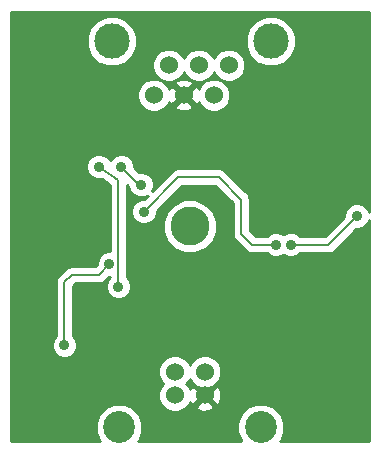
<source format=gbl>
G04 (created by PCBNEW-RS274X (2012-jan-04)-stable) date Sun 06 Jan 2013 10:44:23 PM EET*
G01*
G70*
G90*
%MOIN*%
G04 Gerber Fmt 3.4, Leading zero omitted, Abs format*
%FSLAX34Y34*%
G04 APERTURE LIST*
%ADD10C,0.006000*%
%ADD11C,0.060000*%
%ADD12C,0.106300*%
%ADD13C,0.129900*%
%ADD14C,0.118100*%
%ADD15C,0.035000*%
%ADD16C,0.008000*%
%ADD17C,0.010000*%
G04 APERTURE END LIST*
G54D10*
G54D11*
X06799Y-12324D03*
X05799Y-12324D03*
X05799Y-13111D03*
X06799Y-13111D03*
G54D12*
X08661Y-14174D03*
X03937Y-14174D03*
G54D13*
X06299Y-07481D03*
G54D11*
X06099Y-03106D03*
X07099Y-03106D03*
X05099Y-03106D03*
X07599Y-02106D03*
X06599Y-02106D03*
X05599Y-02106D03*
G54D14*
X03699Y-01306D03*
X08999Y-01306D03*
G54D15*
X03270Y-05488D03*
X03920Y-09488D03*
X04770Y-06988D03*
X09170Y-08088D03*
X09670Y-08088D03*
X11870Y-07138D03*
X04670Y-06088D03*
X04020Y-05488D03*
X02120Y-11438D03*
X03620Y-08738D03*
G54D16*
X03270Y-05488D02*
X03920Y-05938D01*
X03920Y-05938D02*
X03920Y-09488D01*
X05920Y-05838D02*
X07270Y-05838D01*
X07270Y-05838D02*
X08020Y-06588D01*
X04770Y-06988D02*
X05920Y-05838D01*
X08020Y-06588D02*
X08020Y-07738D01*
X08020Y-07738D02*
X08370Y-08088D01*
X08370Y-08088D02*
X09170Y-08088D01*
X10920Y-08088D02*
X09670Y-08088D01*
X11870Y-07138D02*
X10920Y-08088D01*
X04020Y-05488D02*
X04620Y-06088D01*
X02120Y-09338D02*
X02120Y-11438D01*
X03620Y-08738D02*
X03270Y-09088D01*
X02370Y-09088D02*
X02120Y-09338D01*
X04620Y-06088D02*
X04670Y-06088D01*
X03270Y-09088D02*
X02370Y-09088D01*
G54D10*
G36*
X12272Y-14635D02*
X09304Y-14635D01*
X09323Y-14617D01*
X09442Y-14330D01*
X09442Y-14019D01*
X09323Y-13732D01*
X09104Y-13512D01*
X08817Y-13393D01*
X08506Y-13393D01*
X08219Y-13512D01*
X07999Y-13731D01*
X07880Y-14018D01*
X07880Y-14329D01*
X07999Y-14616D01*
X08017Y-14635D01*
X07348Y-14635D01*
X07348Y-12433D01*
X07348Y-12215D01*
X07264Y-12013D01*
X07198Y-11947D01*
X07198Y-07661D01*
X07198Y-07303D01*
X07061Y-06973D01*
X06809Y-06719D01*
X06479Y-06582D01*
X06121Y-06582D01*
X05791Y-06719D01*
X05537Y-06971D01*
X05400Y-07301D01*
X05400Y-07659D01*
X05537Y-07989D01*
X05789Y-08243D01*
X06119Y-08380D01*
X06477Y-08380D01*
X06807Y-08243D01*
X07061Y-07991D01*
X07198Y-07661D01*
X07198Y-11947D01*
X07110Y-11859D01*
X06908Y-11775D01*
X06690Y-11775D01*
X06488Y-11859D01*
X06334Y-12013D01*
X06299Y-12097D01*
X06264Y-12013D01*
X06110Y-11859D01*
X05908Y-11775D01*
X05690Y-11775D01*
X05488Y-11859D01*
X05334Y-12013D01*
X05250Y-12215D01*
X05250Y-12433D01*
X05334Y-12635D01*
X05416Y-12717D01*
X05334Y-12800D01*
X05250Y-13002D01*
X05250Y-13220D01*
X05334Y-13422D01*
X05488Y-13576D01*
X05690Y-13660D01*
X05908Y-13660D01*
X06110Y-13576D01*
X06264Y-13422D01*
X06301Y-13330D01*
X06327Y-13392D01*
X06421Y-13419D01*
X06728Y-13111D01*
X06421Y-12803D01*
X06327Y-12830D01*
X06303Y-12895D01*
X06264Y-12800D01*
X06181Y-12717D01*
X06264Y-12635D01*
X06299Y-12550D01*
X06334Y-12635D01*
X06488Y-12789D01*
X06589Y-12831D01*
X06799Y-13040D01*
X07008Y-12831D01*
X07110Y-12789D01*
X07264Y-12635D01*
X07348Y-12433D01*
X07348Y-14635D01*
X07342Y-14635D01*
X07342Y-13190D01*
X07331Y-12977D01*
X07271Y-12830D01*
X07177Y-12803D01*
X06870Y-13111D01*
X07177Y-13419D01*
X07271Y-13392D01*
X07342Y-13190D01*
X07342Y-14635D01*
X07107Y-14635D01*
X07107Y-13489D01*
X06799Y-13182D01*
X06491Y-13489D01*
X06518Y-13583D01*
X06720Y-13654D01*
X06933Y-13643D01*
X07080Y-13583D01*
X07107Y-13489D01*
X07107Y-14635D01*
X04580Y-14635D01*
X04599Y-14617D01*
X04718Y-14330D01*
X04718Y-14019D01*
X04599Y-13732D01*
X04380Y-13512D01*
X04093Y-13393D01*
X03782Y-13393D01*
X03495Y-13512D01*
X03275Y-13731D01*
X03156Y-14018D01*
X03156Y-14329D01*
X03275Y-14616D01*
X03293Y-14635D01*
X00324Y-14635D01*
X00324Y-00324D01*
X12272Y-00324D01*
X12272Y-06997D01*
X12231Y-06898D01*
X12111Y-06778D01*
X11955Y-06713D01*
X11786Y-06713D01*
X11630Y-06777D01*
X11510Y-06897D01*
X11445Y-07053D01*
X11445Y-07153D01*
X10800Y-07798D01*
X09981Y-07798D01*
X09911Y-07728D01*
X09839Y-07698D01*
X09839Y-01474D01*
X09839Y-01140D01*
X09712Y-00831D01*
X09476Y-00595D01*
X09167Y-00466D01*
X08833Y-00466D01*
X08524Y-00593D01*
X08288Y-00829D01*
X08159Y-01138D01*
X08159Y-01472D01*
X08286Y-01781D01*
X08522Y-02017D01*
X08831Y-02146D01*
X09165Y-02146D01*
X09474Y-02019D01*
X09710Y-01783D01*
X09839Y-01474D01*
X09839Y-07698D01*
X09755Y-07663D01*
X09586Y-07663D01*
X09430Y-07727D01*
X09420Y-07737D01*
X09411Y-07728D01*
X09255Y-07663D01*
X09086Y-07663D01*
X08930Y-07727D01*
X08859Y-07798D01*
X08490Y-07798D01*
X08310Y-07618D01*
X08310Y-06588D01*
X08288Y-06477D01*
X08225Y-06383D01*
X08225Y-06382D01*
X08148Y-06305D01*
X08148Y-02215D01*
X08148Y-01997D01*
X08064Y-01795D01*
X07910Y-01641D01*
X07708Y-01557D01*
X07490Y-01557D01*
X07288Y-01641D01*
X07134Y-01795D01*
X07099Y-01879D01*
X07064Y-01795D01*
X06910Y-01641D01*
X06708Y-01557D01*
X06490Y-01557D01*
X06288Y-01641D01*
X06134Y-01795D01*
X06099Y-01879D01*
X06064Y-01795D01*
X05910Y-01641D01*
X05708Y-01557D01*
X05490Y-01557D01*
X05288Y-01641D01*
X05134Y-01795D01*
X05050Y-01997D01*
X05050Y-02215D01*
X05134Y-02417D01*
X05288Y-02571D01*
X05490Y-02655D01*
X05708Y-02655D01*
X05910Y-02571D01*
X06064Y-02417D01*
X06099Y-02332D01*
X06134Y-02417D01*
X06288Y-02571D01*
X06490Y-02655D01*
X06708Y-02655D01*
X06910Y-02571D01*
X07064Y-02417D01*
X07099Y-02332D01*
X07134Y-02417D01*
X07288Y-02571D01*
X07490Y-02655D01*
X07708Y-02655D01*
X07910Y-02571D01*
X08064Y-02417D01*
X08148Y-02215D01*
X08148Y-06305D01*
X07648Y-05805D01*
X07648Y-03215D01*
X07648Y-02997D01*
X07564Y-02795D01*
X07410Y-02641D01*
X07208Y-02557D01*
X06990Y-02557D01*
X06788Y-02641D01*
X06634Y-02795D01*
X06596Y-02886D01*
X06571Y-02825D01*
X06477Y-02798D01*
X06407Y-02868D01*
X06407Y-02728D01*
X06380Y-02634D01*
X06178Y-02563D01*
X05965Y-02574D01*
X05818Y-02634D01*
X05791Y-02728D01*
X06099Y-03035D01*
X06407Y-02728D01*
X06407Y-02868D01*
X06170Y-03106D01*
X06477Y-03414D01*
X06571Y-03387D01*
X06594Y-03321D01*
X06634Y-03417D01*
X06788Y-03571D01*
X06990Y-03655D01*
X07208Y-03655D01*
X07410Y-03571D01*
X07564Y-03417D01*
X07648Y-03215D01*
X07648Y-05805D01*
X07475Y-05633D01*
X07381Y-05570D01*
X07270Y-05548D01*
X06407Y-05548D01*
X06407Y-03484D01*
X06099Y-03177D01*
X06028Y-03247D01*
X06028Y-03106D01*
X05721Y-02798D01*
X05627Y-02825D01*
X05603Y-02890D01*
X05564Y-02795D01*
X05410Y-02641D01*
X05208Y-02557D01*
X04990Y-02557D01*
X04788Y-02641D01*
X04634Y-02795D01*
X04550Y-02997D01*
X04550Y-03215D01*
X04634Y-03417D01*
X04788Y-03571D01*
X04990Y-03655D01*
X05208Y-03655D01*
X05410Y-03571D01*
X05564Y-03417D01*
X05601Y-03325D01*
X05627Y-03387D01*
X05721Y-03414D01*
X06028Y-03106D01*
X06028Y-03247D01*
X05791Y-03484D01*
X05818Y-03578D01*
X06020Y-03649D01*
X06233Y-03638D01*
X06380Y-03578D01*
X06407Y-03484D01*
X06407Y-05548D01*
X05920Y-05548D01*
X05809Y-05570D01*
X05715Y-05633D01*
X05037Y-06310D01*
X05095Y-06173D01*
X05095Y-06004D01*
X05031Y-05848D01*
X04911Y-05728D01*
X04755Y-05663D01*
X04605Y-05663D01*
X04539Y-05597D01*
X04539Y-01474D01*
X04539Y-01140D01*
X04412Y-00831D01*
X04176Y-00595D01*
X03867Y-00466D01*
X03533Y-00466D01*
X03224Y-00593D01*
X02988Y-00829D01*
X02859Y-01138D01*
X02859Y-01472D01*
X02986Y-01781D01*
X03222Y-02017D01*
X03531Y-02146D01*
X03865Y-02146D01*
X04174Y-02019D01*
X04410Y-01783D01*
X04539Y-01474D01*
X04539Y-05597D01*
X04445Y-05503D01*
X04445Y-05404D01*
X04381Y-05248D01*
X04261Y-05128D01*
X04105Y-05063D01*
X03936Y-05063D01*
X03780Y-05127D01*
X03660Y-05247D01*
X03645Y-05282D01*
X03631Y-05248D01*
X03511Y-05128D01*
X03355Y-05063D01*
X03186Y-05063D01*
X03030Y-05127D01*
X02910Y-05247D01*
X02845Y-05403D01*
X02845Y-05572D01*
X02909Y-05728D01*
X03029Y-05848D01*
X03185Y-05913D01*
X03354Y-05913D01*
X03367Y-05907D01*
X03630Y-06090D01*
X03630Y-08313D01*
X03536Y-08313D01*
X03380Y-08377D01*
X03260Y-08497D01*
X03195Y-08653D01*
X03195Y-08753D01*
X03150Y-08798D01*
X02370Y-08798D01*
X02259Y-08820D01*
X02165Y-08883D01*
X01915Y-09133D01*
X01852Y-09227D01*
X01830Y-09338D01*
X01830Y-11127D01*
X01760Y-11197D01*
X01695Y-11353D01*
X01695Y-11522D01*
X01759Y-11678D01*
X01879Y-11798D01*
X02035Y-11863D01*
X02204Y-11863D01*
X02360Y-11799D01*
X02480Y-11679D01*
X02545Y-11523D01*
X02545Y-11354D01*
X02481Y-11198D01*
X02410Y-11127D01*
X02410Y-09458D01*
X02490Y-09378D01*
X03270Y-09378D01*
X03381Y-09356D01*
X03475Y-09293D01*
X03605Y-09163D01*
X03630Y-09163D01*
X03630Y-09177D01*
X03560Y-09247D01*
X03495Y-09403D01*
X03495Y-09572D01*
X03559Y-09728D01*
X03679Y-09848D01*
X03835Y-09913D01*
X04004Y-09913D01*
X04160Y-09849D01*
X04280Y-09729D01*
X04345Y-09573D01*
X04345Y-09404D01*
X04281Y-09248D01*
X04210Y-09177D01*
X04210Y-06088D01*
X04245Y-06123D01*
X04245Y-06172D01*
X04309Y-06328D01*
X04429Y-06448D01*
X04585Y-06513D01*
X04754Y-06513D01*
X04891Y-06456D01*
X04785Y-06563D01*
X04686Y-06563D01*
X04530Y-06627D01*
X04410Y-06747D01*
X04345Y-06903D01*
X04345Y-07072D01*
X04409Y-07228D01*
X04529Y-07348D01*
X04685Y-07413D01*
X04854Y-07413D01*
X05010Y-07349D01*
X05130Y-07229D01*
X05195Y-07073D01*
X05195Y-06973D01*
X06040Y-06128D01*
X07149Y-06128D01*
X07730Y-06708D01*
X07730Y-07738D01*
X07752Y-07849D01*
X07815Y-07943D01*
X08164Y-08292D01*
X08165Y-08293D01*
X08258Y-08355D01*
X08259Y-08356D01*
X08369Y-08377D01*
X08370Y-08378D01*
X08859Y-08378D01*
X08929Y-08448D01*
X09085Y-08513D01*
X09254Y-08513D01*
X09410Y-08449D01*
X09420Y-08439D01*
X09429Y-08448D01*
X09585Y-08513D01*
X09754Y-08513D01*
X09910Y-08449D01*
X09981Y-08378D01*
X10920Y-08378D01*
X11031Y-08356D01*
X11125Y-08293D01*
X11855Y-07563D01*
X11954Y-07563D01*
X12110Y-07499D01*
X12230Y-07379D01*
X12272Y-07278D01*
X12272Y-14635D01*
X12272Y-14635D01*
G37*
G54D17*
X12272Y-14635D02*
X09304Y-14635D01*
X09323Y-14617D01*
X09442Y-14330D01*
X09442Y-14019D01*
X09323Y-13732D01*
X09104Y-13512D01*
X08817Y-13393D01*
X08506Y-13393D01*
X08219Y-13512D01*
X07999Y-13731D01*
X07880Y-14018D01*
X07880Y-14329D01*
X07999Y-14616D01*
X08017Y-14635D01*
X07348Y-14635D01*
X07348Y-12433D01*
X07348Y-12215D01*
X07264Y-12013D01*
X07198Y-11947D01*
X07198Y-07661D01*
X07198Y-07303D01*
X07061Y-06973D01*
X06809Y-06719D01*
X06479Y-06582D01*
X06121Y-06582D01*
X05791Y-06719D01*
X05537Y-06971D01*
X05400Y-07301D01*
X05400Y-07659D01*
X05537Y-07989D01*
X05789Y-08243D01*
X06119Y-08380D01*
X06477Y-08380D01*
X06807Y-08243D01*
X07061Y-07991D01*
X07198Y-07661D01*
X07198Y-11947D01*
X07110Y-11859D01*
X06908Y-11775D01*
X06690Y-11775D01*
X06488Y-11859D01*
X06334Y-12013D01*
X06299Y-12097D01*
X06264Y-12013D01*
X06110Y-11859D01*
X05908Y-11775D01*
X05690Y-11775D01*
X05488Y-11859D01*
X05334Y-12013D01*
X05250Y-12215D01*
X05250Y-12433D01*
X05334Y-12635D01*
X05416Y-12717D01*
X05334Y-12800D01*
X05250Y-13002D01*
X05250Y-13220D01*
X05334Y-13422D01*
X05488Y-13576D01*
X05690Y-13660D01*
X05908Y-13660D01*
X06110Y-13576D01*
X06264Y-13422D01*
X06301Y-13330D01*
X06327Y-13392D01*
X06421Y-13419D01*
X06728Y-13111D01*
X06421Y-12803D01*
X06327Y-12830D01*
X06303Y-12895D01*
X06264Y-12800D01*
X06181Y-12717D01*
X06264Y-12635D01*
X06299Y-12550D01*
X06334Y-12635D01*
X06488Y-12789D01*
X06589Y-12831D01*
X06799Y-13040D01*
X07008Y-12831D01*
X07110Y-12789D01*
X07264Y-12635D01*
X07348Y-12433D01*
X07348Y-14635D01*
X07342Y-14635D01*
X07342Y-13190D01*
X07331Y-12977D01*
X07271Y-12830D01*
X07177Y-12803D01*
X06870Y-13111D01*
X07177Y-13419D01*
X07271Y-13392D01*
X07342Y-13190D01*
X07342Y-14635D01*
X07107Y-14635D01*
X07107Y-13489D01*
X06799Y-13182D01*
X06491Y-13489D01*
X06518Y-13583D01*
X06720Y-13654D01*
X06933Y-13643D01*
X07080Y-13583D01*
X07107Y-13489D01*
X07107Y-14635D01*
X04580Y-14635D01*
X04599Y-14617D01*
X04718Y-14330D01*
X04718Y-14019D01*
X04599Y-13732D01*
X04380Y-13512D01*
X04093Y-13393D01*
X03782Y-13393D01*
X03495Y-13512D01*
X03275Y-13731D01*
X03156Y-14018D01*
X03156Y-14329D01*
X03275Y-14616D01*
X03293Y-14635D01*
X00324Y-14635D01*
X00324Y-00324D01*
X12272Y-00324D01*
X12272Y-06997D01*
X12231Y-06898D01*
X12111Y-06778D01*
X11955Y-06713D01*
X11786Y-06713D01*
X11630Y-06777D01*
X11510Y-06897D01*
X11445Y-07053D01*
X11445Y-07153D01*
X10800Y-07798D01*
X09981Y-07798D01*
X09911Y-07728D01*
X09839Y-07698D01*
X09839Y-01474D01*
X09839Y-01140D01*
X09712Y-00831D01*
X09476Y-00595D01*
X09167Y-00466D01*
X08833Y-00466D01*
X08524Y-00593D01*
X08288Y-00829D01*
X08159Y-01138D01*
X08159Y-01472D01*
X08286Y-01781D01*
X08522Y-02017D01*
X08831Y-02146D01*
X09165Y-02146D01*
X09474Y-02019D01*
X09710Y-01783D01*
X09839Y-01474D01*
X09839Y-07698D01*
X09755Y-07663D01*
X09586Y-07663D01*
X09430Y-07727D01*
X09420Y-07737D01*
X09411Y-07728D01*
X09255Y-07663D01*
X09086Y-07663D01*
X08930Y-07727D01*
X08859Y-07798D01*
X08490Y-07798D01*
X08310Y-07618D01*
X08310Y-06588D01*
X08288Y-06477D01*
X08225Y-06383D01*
X08225Y-06382D01*
X08148Y-06305D01*
X08148Y-02215D01*
X08148Y-01997D01*
X08064Y-01795D01*
X07910Y-01641D01*
X07708Y-01557D01*
X07490Y-01557D01*
X07288Y-01641D01*
X07134Y-01795D01*
X07099Y-01879D01*
X07064Y-01795D01*
X06910Y-01641D01*
X06708Y-01557D01*
X06490Y-01557D01*
X06288Y-01641D01*
X06134Y-01795D01*
X06099Y-01879D01*
X06064Y-01795D01*
X05910Y-01641D01*
X05708Y-01557D01*
X05490Y-01557D01*
X05288Y-01641D01*
X05134Y-01795D01*
X05050Y-01997D01*
X05050Y-02215D01*
X05134Y-02417D01*
X05288Y-02571D01*
X05490Y-02655D01*
X05708Y-02655D01*
X05910Y-02571D01*
X06064Y-02417D01*
X06099Y-02332D01*
X06134Y-02417D01*
X06288Y-02571D01*
X06490Y-02655D01*
X06708Y-02655D01*
X06910Y-02571D01*
X07064Y-02417D01*
X07099Y-02332D01*
X07134Y-02417D01*
X07288Y-02571D01*
X07490Y-02655D01*
X07708Y-02655D01*
X07910Y-02571D01*
X08064Y-02417D01*
X08148Y-02215D01*
X08148Y-06305D01*
X07648Y-05805D01*
X07648Y-03215D01*
X07648Y-02997D01*
X07564Y-02795D01*
X07410Y-02641D01*
X07208Y-02557D01*
X06990Y-02557D01*
X06788Y-02641D01*
X06634Y-02795D01*
X06596Y-02886D01*
X06571Y-02825D01*
X06477Y-02798D01*
X06407Y-02868D01*
X06407Y-02728D01*
X06380Y-02634D01*
X06178Y-02563D01*
X05965Y-02574D01*
X05818Y-02634D01*
X05791Y-02728D01*
X06099Y-03035D01*
X06407Y-02728D01*
X06407Y-02868D01*
X06170Y-03106D01*
X06477Y-03414D01*
X06571Y-03387D01*
X06594Y-03321D01*
X06634Y-03417D01*
X06788Y-03571D01*
X06990Y-03655D01*
X07208Y-03655D01*
X07410Y-03571D01*
X07564Y-03417D01*
X07648Y-03215D01*
X07648Y-05805D01*
X07475Y-05633D01*
X07381Y-05570D01*
X07270Y-05548D01*
X06407Y-05548D01*
X06407Y-03484D01*
X06099Y-03177D01*
X06028Y-03247D01*
X06028Y-03106D01*
X05721Y-02798D01*
X05627Y-02825D01*
X05603Y-02890D01*
X05564Y-02795D01*
X05410Y-02641D01*
X05208Y-02557D01*
X04990Y-02557D01*
X04788Y-02641D01*
X04634Y-02795D01*
X04550Y-02997D01*
X04550Y-03215D01*
X04634Y-03417D01*
X04788Y-03571D01*
X04990Y-03655D01*
X05208Y-03655D01*
X05410Y-03571D01*
X05564Y-03417D01*
X05601Y-03325D01*
X05627Y-03387D01*
X05721Y-03414D01*
X06028Y-03106D01*
X06028Y-03247D01*
X05791Y-03484D01*
X05818Y-03578D01*
X06020Y-03649D01*
X06233Y-03638D01*
X06380Y-03578D01*
X06407Y-03484D01*
X06407Y-05548D01*
X05920Y-05548D01*
X05809Y-05570D01*
X05715Y-05633D01*
X05037Y-06310D01*
X05095Y-06173D01*
X05095Y-06004D01*
X05031Y-05848D01*
X04911Y-05728D01*
X04755Y-05663D01*
X04605Y-05663D01*
X04539Y-05597D01*
X04539Y-01474D01*
X04539Y-01140D01*
X04412Y-00831D01*
X04176Y-00595D01*
X03867Y-00466D01*
X03533Y-00466D01*
X03224Y-00593D01*
X02988Y-00829D01*
X02859Y-01138D01*
X02859Y-01472D01*
X02986Y-01781D01*
X03222Y-02017D01*
X03531Y-02146D01*
X03865Y-02146D01*
X04174Y-02019D01*
X04410Y-01783D01*
X04539Y-01474D01*
X04539Y-05597D01*
X04445Y-05503D01*
X04445Y-05404D01*
X04381Y-05248D01*
X04261Y-05128D01*
X04105Y-05063D01*
X03936Y-05063D01*
X03780Y-05127D01*
X03660Y-05247D01*
X03645Y-05282D01*
X03631Y-05248D01*
X03511Y-05128D01*
X03355Y-05063D01*
X03186Y-05063D01*
X03030Y-05127D01*
X02910Y-05247D01*
X02845Y-05403D01*
X02845Y-05572D01*
X02909Y-05728D01*
X03029Y-05848D01*
X03185Y-05913D01*
X03354Y-05913D01*
X03367Y-05907D01*
X03630Y-06090D01*
X03630Y-08313D01*
X03536Y-08313D01*
X03380Y-08377D01*
X03260Y-08497D01*
X03195Y-08653D01*
X03195Y-08753D01*
X03150Y-08798D01*
X02370Y-08798D01*
X02259Y-08820D01*
X02165Y-08883D01*
X01915Y-09133D01*
X01852Y-09227D01*
X01830Y-09338D01*
X01830Y-11127D01*
X01760Y-11197D01*
X01695Y-11353D01*
X01695Y-11522D01*
X01759Y-11678D01*
X01879Y-11798D01*
X02035Y-11863D01*
X02204Y-11863D01*
X02360Y-11799D01*
X02480Y-11679D01*
X02545Y-11523D01*
X02545Y-11354D01*
X02481Y-11198D01*
X02410Y-11127D01*
X02410Y-09458D01*
X02490Y-09378D01*
X03270Y-09378D01*
X03381Y-09356D01*
X03475Y-09293D01*
X03605Y-09163D01*
X03630Y-09163D01*
X03630Y-09177D01*
X03560Y-09247D01*
X03495Y-09403D01*
X03495Y-09572D01*
X03559Y-09728D01*
X03679Y-09848D01*
X03835Y-09913D01*
X04004Y-09913D01*
X04160Y-09849D01*
X04280Y-09729D01*
X04345Y-09573D01*
X04345Y-09404D01*
X04281Y-09248D01*
X04210Y-09177D01*
X04210Y-06088D01*
X04245Y-06123D01*
X04245Y-06172D01*
X04309Y-06328D01*
X04429Y-06448D01*
X04585Y-06513D01*
X04754Y-06513D01*
X04891Y-06456D01*
X04785Y-06563D01*
X04686Y-06563D01*
X04530Y-06627D01*
X04410Y-06747D01*
X04345Y-06903D01*
X04345Y-07072D01*
X04409Y-07228D01*
X04529Y-07348D01*
X04685Y-07413D01*
X04854Y-07413D01*
X05010Y-07349D01*
X05130Y-07229D01*
X05195Y-07073D01*
X05195Y-06973D01*
X06040Y-06128D01*
X07149Y-06128D01*
X07730Y-06708D01*
X07730Y-07738D01*
X07752Y-07849D01*
X07815Y-07943D01*
X08164Y-08292D01*
X08165Y-08293D01*
X08258Y-08355D01*
X08259Y-08356D01*
X08369Y-08377D01*
X08370Y-08378D01*
X08859Y-08378D01*
X08929Y-08448D01*
X09085Y-08513D01*
X09254Y-08513D01*
X09410Y-08449D01*
X09420Y-08439D01*
X09429Y-08448D01*
X09585Y-08513D01*
X09754Y-08513D01*
X09910Y-08449D01*
X09981Y-08378D01*
X10920Y-08378D01*
X11031Y-08356D01*
X11125Y-08293D01*
X11855Y-07563D01*
X11954Y-07563D01*
X12110Y-07499D01*
X12230Y-07379D01*
X12272Y-07278D01*
X12272Y-14635D01*
M02*

</source>
